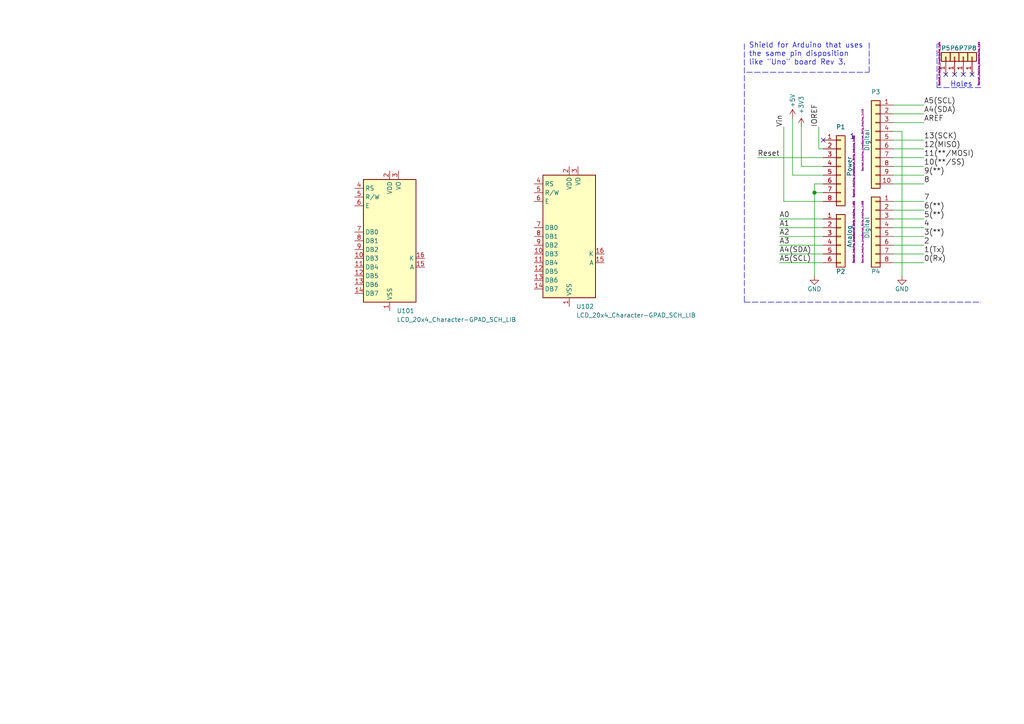
<source format=kicad_sch>
(kicad_sch (version 20211123) (generator eeschema)
  (paper "A4")
  (title_block (date "lun. 30 mars 2015"))
  (lib_symbols
    (symbol "Connector_Generic:Conn_01x01" (pin_names (offset 1.016) hide)
      (property "Reference" "J" (at 0 2.54 0))
      (property "Value" "Conn_01x01" (at 0 -2.54 0))
      (symbol "Conn_01x01_1_1"
        (rectangle (start -1.27 0.127) (end 0 -0.127) (stroke (width 0.1524)))
        (rectangle (start -1.27 1.27) (end 1.27 -1.27) (stroke (width 0.254)) (fill (type background)))
        (pin passive line (at -5.08 0 0) (length 3.81) (name "Pin_1") (number "1"))
      )
    )
    (symbol "Connector_Generic:Conn_01x06" (pin_names (offset 1.016) hide)
      (property "Reference" "J" (at 0 7.62 0))
      (property "Value" "Conn_01x06" (at 0 -10.16 0))
      (symbol "Conn_01x06_1_1"
        (rectangle (start -1.27 -7.493) (end 0 -7.747) (stroke (width 0.1524)))
        (rectangle (start -1.27 -4.953) (end 0 -5.207) (stroke (width 0.1524)))
        (rectangle (start -1.27 -2.413) (end 0 -2.667) (stroke (width 0.1524)))
        (rectangle (start -1.27 0.127) (end 0 -0.127) (stroke (width 0.1524)))
        (rectangle (start -1.27 2.667) (end 0 2.413) (stroke (width 0.1524)))
        (rectangle (start -1.27 5.207) (end 0 4.953) (stroke (width 0.1524)))
        (rectangle (start -1.27 6.35) (end 1.27 -8.89) (stroke (width 0.254)) (fill (type background)))
        (pin passive line (at -5.08 5.08 0) (length 3.81) (name "Pin_1") (number "1"))
        (pin passive line (at -5.08 2.54 0) (length 3.81) (name "Pin_2") (number "2"))
        (pin passive line (at -5.08 0 0) (length 3.81) (name "Pin_3") (number "3"))
        (pin passive line (at -5.08 -2.54 0) (length 3.81) (name "Pin_4") (number "4"))
        (pin passive line (at -5.08 -5.08 0) (length 3.81) (name "Pin_5") (number "5"))
        (pin passive line (at -5.08 -7.62 0) (length 3.81) (name "Pin_6") (number "6"))
      )
    )
    (symbol "Connector_Generic:Conn_01x08" (pin_names (offset 1.016) hide)
      (property "Reference" "J" (at 0 10.16 0))
      (property "Value" "Conn_01x08" (at 0 -12.7 0))
      (symbol "Conn_01x08_1_1"
        (rectangle (start -1.27 -10.033) (end 0 -10.287) (stroke (width 0.1524)))
        (rectangle (start -1.27 -7.493) (end 0 -7.747) (stroke (width 0.1524)))
        (rectangle (start -1.27 -4.953) (end 0 -5.207) (stroke (width 0.1524)))
        (rectangle (start -1.27 -2.413) (end 0 -2.667) (stroke (width 0.1524)))
        (rectangle (start -1.27 0.127) (end 0 -0.127) (stroke (width 0.1524)))
        (rectangle (start -1.27 2.667) (end 0 2.413) (stroke (width 0.1524)))
        (rectangle (start -1.27 5.207) (end 0 4.953) (stroke (width 0.1524)))
        (rectangle (start -1.27 7.747) (end 0 7.493) (stroke (width 0.1524)))
        (rectangle (start -1.27 8.89) (end 1.27 -11.43) (stroke (width 0.254)) (fill (type background)))
        (pin passive line (at -5.08 7.62 0) (length 3.81) (name "Pin_1") (number "1"))
        (pin passive line (at -5.08 5.08 0) (length 3.81) (name "Pin_2") (number "2"))
        (pin passive line (at -5.08 2.54 0) (length 3.81) (name "Pin_3") (number "3"))
        (pin passive line (at -5.08 0 0) (length 3.81) (name "Pin_4") (number "4"))
        (pin passive line (at -5.08 -2.54 0) (length 3.81) (name "Pin_5") (number "5"))
        (pin passive line (at -5.08 -5.08 0) (length 3.81) (name "Pin_6") (number "6"))
        (pin passive line (at -5.08 -7.62 0) (length 3.81) (name "Pin_7") (number "7"))
        (pin passive line (at -5.08 -10.16 0) (length 3.81) (name "Pin_8") (number "8"))
      )
    )
    (symbol "Connector_Generic:Conn_01x10" (pin_names (offset 1.016) hide)
      (property "Reference" "J" (at 0 12.7 0))
      (property "Value" "Conn_01x10" (at 0 -15.24 0))
      (symbol "Conn_01x10_1_1"
        (rectangle (start -1.27 -12.573) (end 0 -12.827) (stroke (width 0.1524)))
        (rectangle (start -1.27 -10.033) (end 0 -10.287) (stroke (width 0.1524)))
        (rectangle (start -1.27 -7.493) (end 0 -7.747) (stroke (width 0.1524)))
        (rectangle (start -1.27 -4.953) (end 0 -5.207) (stroke (width 0.1524)))
        (rectangle (start -1.27 -2.413) (end 0 -2.667) (stroke (width 0.1524)))
        (rectangle (start -1.27 0.127) (end 0 -0.127) (stroke (width 0.1524)))
        (rectangle (start -1.27 2.667) (end 0 2.413) (stroke (width 0.1524)))
        (rectangle (start -1.27 5.207) (end 0 4.953) (stroke (width 0.1524)))
        (rectangle (start -1.27 7.747) (end 0 7.493) (stroke (width 0.1524)))
        (rectangle (start -1.27 10.287) (end 0 10.033) (stroke (width 0.1524)))
        (rectangle (start -1.27 11.43) (end 1.27 -13.97) (stroke (width 0.254)) (fill (type background)))
        (pin passive line (at -5.08 10.16 0) (length 3.81) (name "Pin_1") (number "1"))
        (pin passive line (at -5.08 -12.7 0) (length 3.81) (name "Pin_10") (number "10"))
        (pin passive line (at -5.08 7.62 0) (length 3.81) (name "Pin_2") (number "2"))
        (pin passive line (at -5.08 5.08 0) (length 3.81) (name "Pin_3") (number "3"))
        (pin passive line (at -5.08 2.54 0) (length 3.81) (name "Pin_4") (number "4"))
        (pin passive line (at -5.08 0 0) (length 3.81) (name "Pin_5") (number "5"))
        (pin passive line (at -5.08 -2.54 0) (length 3.81) (name "Pin_6") (number "6"))
        (pin passive line (at -5.08 -5.08 0) (length 3.81) (name "Pin_7") (number "7"))
        (pin passive line (at -5.08 -7.62 0) (length 3.81) (name "Pin_8") (number "8"))
        (pin passive line (at -5.08 -10.16 0) (length 3.81) (name "Pin_9") (number "9"))
      )
    )
    (symbol "GPAD:LCD_20x4_Character-GPAD_SCH_LIB"
      (property "Reference" "U" (at -6.35 19.05 0))
      (property "Value" "LCD_20x4_Character-GPAD_SCH_LIB" (at 5.08 19.05 0))
      (symbol "LCD_20x4_Character-GPAD_SCH_LIB_0_1"
        (rectangle (start -7.62 17.78) (end 7.62 -17.78) (stroke (width 0.254)) (fill (type background)))
      )
      (symbol "LCD_20x4_Character-GPAD_SCH_LIB_1_1"
        (pin power_in line (at 0 -20.32 90) (length 2.54) (name "VSS") (number "1"))
        (pin input line (at -10.16 -5.08 0) (length 2.54) (name "DB3") (number "10"))
        (pin bidirectional line (at -10.16 -7.62 0) (length 2.54) (name "DB4") (number "11"))
        (pin bidirectional line (at -10.16 -10.16 0) (length 2.54) (name "DB5") (number "12"))
        (pin bidirectional line (at -10.16 -12.7 0) (length 2.54) (name "DB6") (number "13"))
        (pin bidirectional line (at -10.16 -15.24 0) (length 2.54) (name "DB7") (number "14"))
        (pin passive line (at 10.16 -7.62 180) (length 2.54) (name "A") (number "15"))
        (pin passive line (at 10.16 -5.08 180) (length 2.54) (name "K") (number "16"))
        (pin power_in line (at 0 20.32 270) (length 2.54) (name "VDD") (number "2"))
        (pin power_in line (at 2.54 20.32 270) (length 2.54) (name "VO") (number "3"))
        (pin input line (at -10.16 15.24 0) (length 2.54) (name "RS") (number "4"))
        (pin input line (at -10.16 12.7 0) (length 2.54) (name "R/W") (number "5"))
        (pin input line (at -10.16 10.16 0) (length 2.54) (name "E") (number "6"))
        (pin input line (at -10.16 2.54 0) (length 2.54) (name "DB0") (number "7"))
        (pin input line (at -10.16 0 0) (length 2.54) (name "DB1") (number "8"))
        (pin input line (at -10.16 -2.54 0) (length 2.54) (name "DB2") (number "9"))
      )
    )
    (symbol "power:+3.3V" (power) (pin_names (offset 0))
      (property "Value" "+3.3V" (at 0 3.556 0))
      (symbol "+3.3V_0_1"
        (polyline (pts (xy -0.762 1.27) (xy 0 2.54)))
        (polyline (pts (xy 0 0) (xy 0 2.54)))
        (polyline (pts (xy 0 2.54) (xy 0.762 1.27)))
      )
      (symbol "+3.3V_1_1"
        (pin power_in line (at 0 0 90) (length 0) hide (name "+3V3") (number "1"))
      )
    )
    (symbol "power:+5V" (power) (pin_names (offset 0))
      (property "Value" "+5V" (at 0 3.556 0))
      (symbol "+5V_0_1"
        (polyline (pts (xy -0.762 1.27) (xy 0 2.54)))
        (polyline (pts (xy 0 0) (xy 0 2.54)))
        (polyline (pts (xy 0 2.54) (xy 0.762 1.27)))
      )
      (symbol "+5V_1_1"
        (pin power_in line (at 0 0 90) (length 0) hide (name "+5V") (number "1"))
      )
    )
    (symbol "power:GND" (power) (pin_names (offset 0))
      (property "Value" "GND" (at 0 -3.81 0))
      (symbol "GND_0_1"
        (polyline (pts (xy 0 0) (xy 0 -1.27) (xy 1.27 -1.27) (xy 0 -2.54) (xy -1.27 -1.27) (xy 0 -1.27)))
      )
      (symbol "GND_1_1"
        (pin power_in line (at 0 0 270) (length 0) hide (name "GND") (number "1"))
      )
    )
  )
  (junction (at 236.22 55.88) (diameter 1.016))
  (no_connect (at 279.4 21.59))
  (no_connect (at 274.32 21.59))
  (no_connect (at 276.86 21.59))
  (no_connect (at 281.94 21.59))
  (no_connect (at 238.76 40.64))
  (wire (pts (xy 238.76 48.26) (xy 232.41 48.26)))
  (wire (pts (xy 238.76 71.12) (xy 226.06 71.12)))
  (polyline (pts (xy 252.095 20.955) (xy 252.095 12.065)) (stroke (width 0) (type dash)))
  (wire (pts (xy 259.08 63.5) (xy 267.97 63.5)))
  (wire (pts (xy 236.22 53.34) (xy 236.22 55.88)))
  (wire (pts (xy 259.08 43.18) (xy 267.97 43.18)))
  (wire (pts (xy 261.62 38.1) (xy 261.62 80.01)))
  (wire (pts (xy 238.76 53.34) (xy 236.22 53.34)))
  (wire (pts (xy 259.08 53.34) (xy 267.97 53.34)))
  (wire (pts (xy 237.49 43.18) (xy 238.76 43.18)))
  (wire (pts (xy 238.76 50.8) (xy 229.87 50.8)))
  (wire (pts (xy 259.08 40.64) (xy 267.97 40.64)))
  (wire (pts (xy 259.08 58.42) (xy 267.97 58.42)))
  (wire (pts (xy 238.76 66.04) (xy 226.06 66.04)))
  (wire (pts (xy 259.08 30.48) (xy 267.97 30.48)))
  (wire (pts (xy 259.08 71.12) (xy 267.97 71.12)))
  (wire (pts (xy 238.76 58.42) (xy 227.33 58.42)))
  (wire (pts (xy 238.76 63.5) (xy 226.06 63.5)))
  (wire (pts (xy 259.08 45.72) (xy 267.97 45.72)))
  (wire (pts (xy 238.76 73.66) (xy 226.06 73.66)))
  (polyline (pts (xy 284.48 25.4) (xy 271.78 25.4)) (stroke (width 0) (type dash)))
  (wire (pts (xy 238.76 45.72) (xy 219.71 45.72)))
  (wire (pts (xy 259.08 38.1) (xy 261.62 38.1)))
  (wire (pts (xy 238.76 55.88) (xy 236.22 55.88)))
  (wire (pts (xy 259.08 50.8) (xy 267.97 50.8)))
  (wire (pts (xy 236.22 55.88) (xy 236.22 80.01)))
  (wire (pts (xy 227.33 58.42) (xy 227.33 36.83)))
  (polyline (pts (xy 215.9 87.63) (xy 284.48 87.63)) (stroke (width 0) (type dash)))
  (wire (pts (xy 259.08 68.58) (xy 267.97 68.58)))
  (wire (pts (xy 238.76 76.2) (xy 226.06 76.2)))
  (wire (pts (xy 259.08 73.66) (xy 267.97 73.66)))
  (polyline (pts (xy 271.78 25.4) (xy 271.78 12.7)) (stroke (width 0) (type dash)))
  (wire (pts (xy 259.08 60.96) (xy 267.97 60.96)))
  (wire (pts (xy 229.87 50.8) (xy 229.87 34.29)))
  (wire (pts (xy 259.08 33.02) (xy 267.97 33.02)))
  (wire (pts (xy 259.08 66.04) (xy 267.97 66.04)))
  (wire (pts (xy 259.08 35.56) (xy 267.97 35.56)))
  (polyline (pts (xy 215.9 12.7) (xy 215.9 87.63)) (stroke (width 0) (type dash)))
  (wire (pts (xy 232.41 48.26) (xy 232.41 36.83)))
  (wire (pts (xy 237.49 36.83) (xy 237.49 43.18)))
  (wire (pts (xy 259.08 76.2) (xy 267.97 76.2)))
  (wire (pts (xy 259.08 48.26) (xy 267.97 48.26)))
  (wire (pts (xy 238.76 68.58) (xy 226.06 68.58)))
  (polyline (pts (xy 216.535 20.955) (xy 252.095 20.955)) (stroke (width 0) (type dash)))
  (text "Holes" (at 275.59 25.4 0) (effects (font (size 1.524 1.524)) (justify left bottom)))
  (text "Shield for Arduino that uses\nthe same pin disposition\nlike \"Uno\" board Rev 3." (at 217.17 19.05 0) (effects (font (size 1.524 1.524)) (justify left bottom)))
  (text "1" (at 246.38 40.64 0) (effects (font (size 1.524 1.524)) (justify left bottom)))
  (label "Vin" (at 227.33 36.83 90) (effects (font (size 1.524 1.524))))
  (label "0(Rx)" (at 267.97 76.2 0) (effects (font (size 1.524 1.524))))
  (label "A4(SDA)" (at 226.06 73.66 0) (effects (font (size 1.524 1.524))))
  (label "4" (at 267.97 66.04 0) (effects (font (size 1.524 1.524))))
  (label "5(**)" (at 267.97 63.5 0) (effects (font (size 1.524 1.524))))
  (label "A2" (at 226.06 68.58 0) (effects (font (size 1.524 1.524))))
  (label "A5(SCL)" (at 226.06 76.2 0) (effects (font (size 1.524 1.524))))
  (label "A0" (at 226.06 63.5 0) (effects (font (size 1.524 1.524))))
  (label "A1" (at 226.06 66.04 0) (effects (font (size 1.524 1.524))))
  (label "10(**/SS)" (at 267.97 48.26 0) (effects (font (size 1.524 1.524))))
  (label "13(SCK)" (at 267.97 40.64 0) (effects (font (size 1.524 1.524))))
  (label "7" (at 267.97 58.42 0) (effects (font (size 1.524 1.524))))
  (label "A4(SDA)" (at 267.97 33.02 0) (effects (font (size 1.524 1.524))))
  (label "A3" (at 226.06 71.12 0) (effects (font (size 1.524 1.524))))
  (label "Reset" (at 219.71 45.72 0) (effects (font (size 1.524 1.524))))
  (label "2" (at 267.97 71.12 0) (effects (font (size 1.524 1.524))))
  (label "12(MISO)" (at 267.97 43.18 0) (effects (font (size 1.524 1.524))))
  (label "3(**)" (at 267.97 68.58 0) (effects (font (size 1.524 1.524))))
  (label "9(**)" (at 267.97 50.8 0) (effects (font (size 1.524 1.524))))
  (label "8" (at 267.97 53.34 0) (effects (font (size 1.524 1.524))))
  (label "A5(SCL)" (at 267.97 30.48 0) (effects (font (size 1.524 1.524))))
  (label "IOREF" (at 237.49 36.83 90) (effects (font (size 1.524 1.524))))
  (label "AREF" (at 267.97 35.56 0) (effects (font (size 1.524 1.524))))
  (label "11(**/MOSI)" (at 267.97 45.72 0) (effects (font (size 1.524 1.524))))
  (label "1(Tx)" (at 267.97 73.66 0) (effects (font (size 1.524 1.524))))
  (label "6(**)" (at 267.97 60.96 0) (effects (font (size 1.524 1.524))))
  (symbol (lib_id "Connector_Generic:Conn_01x08") (at 243.84 48.26 0) (unit 1)
    (property "Reference" "P1" (at 243.84 36.83 0))
    (property "Value" "Power" (at 246.38 48.26 90))
    (property "Footprint" "Socket_Arduino_Uno:Socket_Strip_Arduino_1x08" (at 247.65 48.26 90) (effects (font (size 0.508 0.508))))
  )
  (symbol (lib_id "power:+3.3V") (at 232.41 36.83 0) (unit 1)
    (property "Reference" "#PWR01" (effects hide))
    (property "Value" "+3.3V" (at 232.41 30.48 90))
  )
  (symbol (lib_id "power:+5V") (at 229.87 34.29 0) (unit 1)
    (property "Reference" "#PWR02" (effects hide))
    (property "Value" "+5V" (at 229.87 29.21 90))
  )
  (symbol (lib_id "power:GND") (at 236.22 80.01 0) (unit 1)
    (property "Reference" "#PWR03" (effects hide))
    (property "Value" "GND" (at 236.22 83.82 0))
  )
  (symbol (lib_id "power:GND") (at 261.62 80.01 0) (unit 1)
    (property "Reference" "#PWR04" (effects hide))
    (property "Value" "GND" (at 261.62 83.82 0))
  )
  (symbol (lib_id "Connector_Generic:Conn_01x06") (at 243.84 68.58 0) (unit 1)
    (property "Reference" "P2" (at 243.84 78.74 0))
    (property "Value" "Analog" (at 246.38 68.58 90))
    (property "Footprint" "Socket_Arduino_Uno:Socket_Strip_Arduino_1x06" (at 247.65 67.31 90) (effects (font (size 0.508 0.508))))
  )
  (symbol (lib_id "Connector_Generic:Conn_01x01") (at 274.32 16.51 90) (unit 1)
    (property "Reference" "P5" (at 274.32 13.97 90))
    (property "Value" "CONN_01X01" (effects hide))
    (property "Footprint" "Socket_Arduino_Uno:Arduino_1pin" (at 272.4404 18.5166 0) (effects (font (size 0.508 0.508))))
  )
  (symbol (lib_id "Connector_Generic:Conn_01x01") (at 276.86 16.51 90) (unit 1)
    (property "Reference" "P6" (at 276.86 13.97 90))
    (property "Value" "CONN_01X01" (effects hide))
    (property "Footprint" "Socket_Arduino_Uno:Arduino_1pin" (effects hide))
  )
  (symbol (lib_id "Connector_Generic:Conn_01x01") (at 279.4 16.51 90) (unit 1)
    (property "Reference" "P7" (at 279.4 13.97 90))
    (property "Value" "CONN_01X01" (effects hide))
    (property "Footprint" "Socket_Arduino_Uno:Arduino_1pin" (effects hide))
  )
  (symbol (lib_id "Connector_Generic:Conn_01x01") (at 281.94 16.51 90) (unit 1)
    (property "Reference" "P8" (at 281.94 13.97 90))
    (property "Value" "CONN_01X01" (effects hide))
    (property "Footprint" "Socket_Arduino_Uno:Arduino_1pin" (at 283.9212 18.4404 0) (effects (font (size 0.508 0.508))))
  )
  (symbol (lib_id "Connector_Generic:Conn_01x08") (at 254 66.04 0) (mirror y) (unit 1)
    (property "Reference" "P4" (at 254 78.74 0))
    (property "Value" "Digital" (at 251.46 66.04 90))
    (property "Footprint" "Socket_Arduino_Uno:Socket_Strip_Arduino_1x08" (at 250.19 67.31 90) (effects (font (size 0.508 0.508))))
  )
  (symbol (lib_id "Connector_Generic:Conn_01x10") (at 254 40.64 0) (mirror y) (unit 1)
    (property "Reference" "P3" (at 254 26.67 0))
    (property "Value" "Digital" (at 251.46 40.64 90))
    (property "Footprint" "Socket_Arduino_Uno:Socket_Strip_Arduino_1x10" (at 250.19 40.64 90) (effects (font (size 0.508 0.508))))
  )
  (symbol (lib_id "GPAD:LCD_20x4_Character-GPAD_SCH_LIB") (at 165.1 68.58 0) (unit 1)
    (property "Reference" "U102" (at 167.1194 88.9 0) (effects (justify left)))
    (property "Value" "LCD_20x4_Character-GPAD_SCH_LIB" (at 167.1194 91.44 0) (effects (justify left)))
    (property "Footprint" "GPAD:LCD_2004A" (effects hide))
    (property "Distributor 1" "Aliexpress" (effects hide))
    (property "Distributor 1 PN" "https://www.aliexpress.com/item/3256803213374992.html" (effects hide))
    (property "Distributor 2" "Amazon" (effects hide))
    (property "Distributor 2 PN" "https://www.amazon.com/GeeekPi-Interface-Adapter-Backlight-Raspberry/dp/B07QLRD3TM/ref=sr_1_2" (effects hide))
    (property "Cost" "4.99" (effects hide))
  )
  (symbol (lib_id "GPAD:LCD_20x4_Character-GPAD_SCH_LIB") (at 113.03 69.85 0) (unit 1)
    (property "Reference" "U101" (at 115.0494 90.17 0) (effects (justify left)))
    (property "Value" "LCD_20x4_Character-GPAD_SCH_LIB" (at 115.0494 92.71 0) (effects (justify left)))
    (property "Footprint" "GPAD:LCD_2004A" (effects hide))
    (property "Distributor 1" "Aliexpress" (effects hide))
    (property "Distributor 1 PN" "https://www.aliexpress.com/item/3256803213374992.html" (effects hide))
    (property "Distributor 2" "Amazon" (effects hide))
    (property "Distributor 2 PN" "https://www.amazon.com/GeeekPi-Interface-Adapter-Backlight-Raspberry/dp/B07QLRD3TM/ref=sr_1_2" (effects hide))
    (property "Cost" "4.99" (effects hide))
  )
)
</source>
